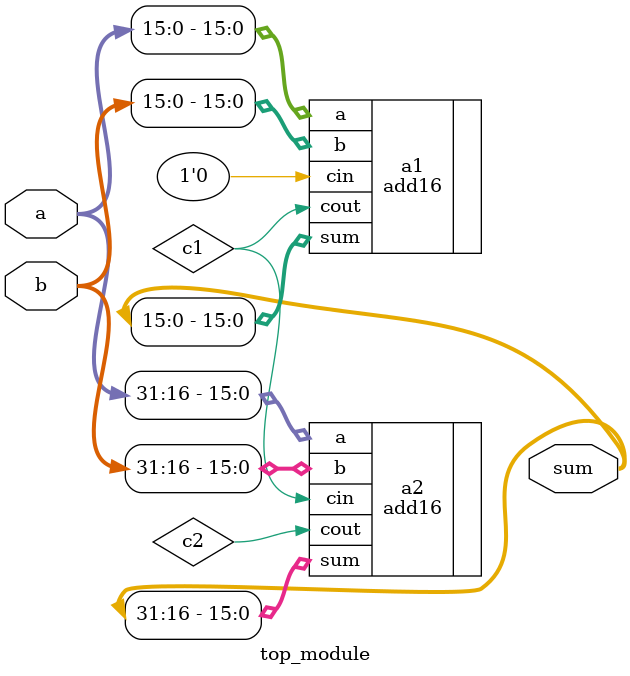
<source format=v>
module top_module(
    input [31:0] a,
    input [31:0] b,
    output [31:0] sum
);
    
    wire c1, c2;

    add16 a1 (.a(a[15: 0]), .b(b[15: 0]), .cin(1'b0), .sum(sum[15: 0]), .cout(c1));
    add16 a2 (.a(a[31:16]), .b(b[31:16]), .cin(c1),   .sum(sum[31:16]), .cout(c2));
endmodule

</source>
